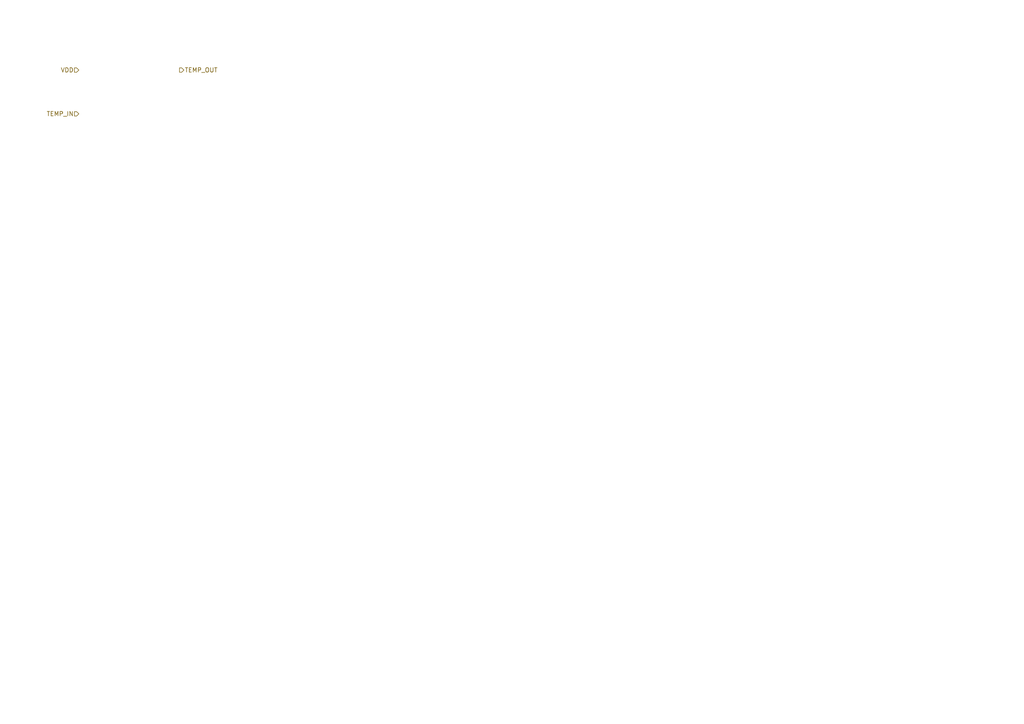
<source format=kicad_sch>
(kicad_sch
	(version 20231120)
	(generator "eeschema")
	(generator_version "8.0")
	(uuid "f3697b04-f8ab-4a60-9ac1-345ebe29a59f")
	(paper "A4")
	(lib_symbols)
	(hierarchical_label "TEMP_IN"
		(shape input)
		(at 22.86 33.02 180)
		(fields_autoplaced yes)
		(effects
			(font
				(size 1.27 1.27)
			)
			(justify right)
		)
		(uuid "b4b516eb-249a-490b-9933-ef2f72f705fa")
	)
	(hierarchical_label "VDD"
		(shape input)
		(at 22.86 20.32 180)
		(fields_autoplaced yes)
		(effects
			(font
				(size 1.27 1.27)
			)
			(justify right)
		)
		(uuid "c81c7e80-39a9-41d4-a822-9fa112bac053")
	)
	(hierarchical_label "TEMP_OUT"
		(shape output)
		(at 52.07 20.32 0)
		(fields_autoplaced yes)
		(effects
			(font
				(size 1.27 1.27)
			)
			(justify left)
		)
		(uuid "ff646791-7776-4da6-bc65-b544ad10403e")
	)
)

</source>
